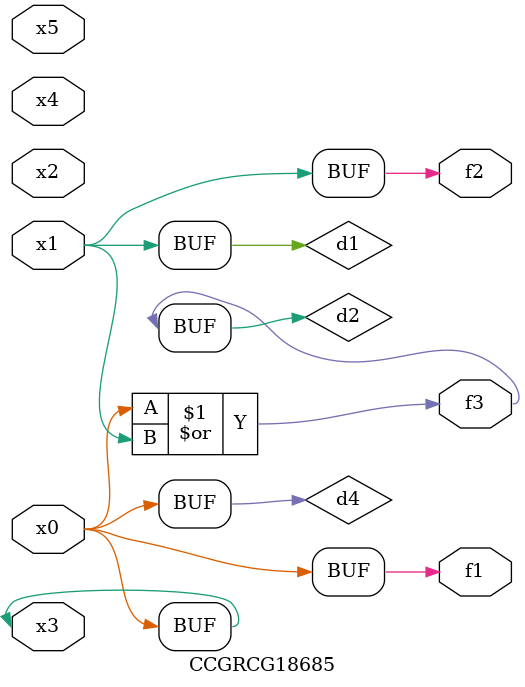
<source format=v>
module CCGRCG18685(
	input x0, x1, x2, x3, x4, x5,
	output f1, f2, f3
);

	wire d1, d2, d3, d4;

	and (d1, x1);
	or (d2, x0, x1);
	nand (d3, x0, x5);
	buf (d4, x0, x3);
	assign f1 = d4;
	assign f2 = d1;
	assign f3 = d2;
endmodule

</source>
